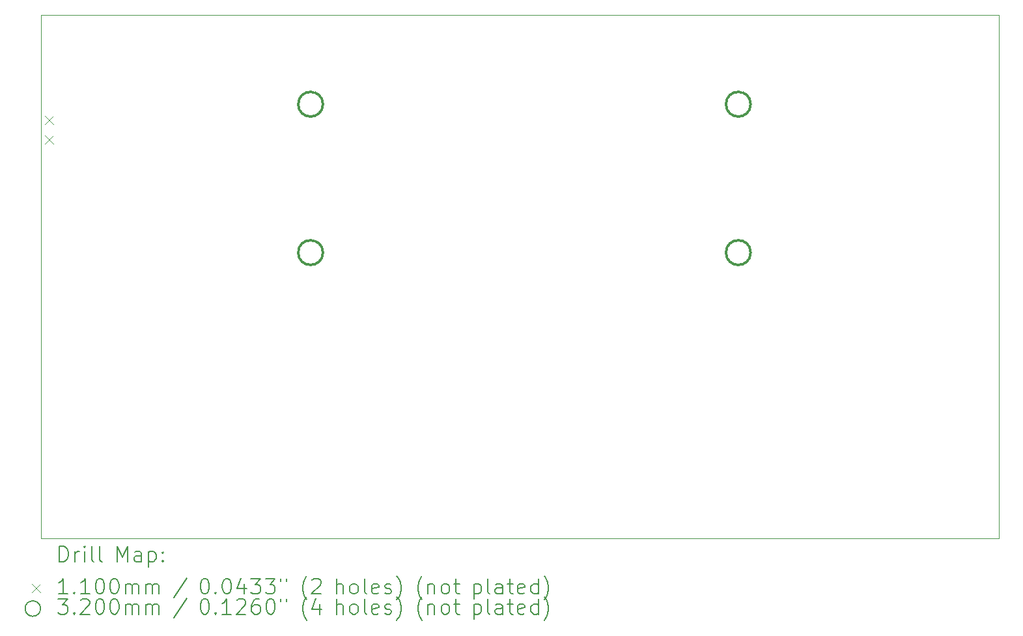
<source format=gbr>
%TF.GenerationSoftware,KiCad,Pcbnew,(7.0.0)*%
%TF.CreationDate,2023-03-03T13:32:32+01:00*%
%TF.ProjectId,Solar Cell offgrid Power,536f6c61-7220-4436-956c-6c206f666667,rev?*%
%TF.SameCoordinates,Original*%
%TF.FileFunction,Drillmap*%
%TF.FilePolarity,Positive*%
%FSLAX45Y45*%
G04 Gerber Fmt 4.5, Leading zero omitted, Abs format (unit mm)*
G04 Created by KiCad (PCBNEW (7.0.0)) date 2023-03-03 13:32:32*
%MOMM*%
%LPD*%
G01*
G04 APERTURE LIST*
%ADD10C,0.100000*%
%ADD11C,0.200000*%
%ADD12C,0.110000*%
%ADD13C,0.320000*%
G04 APERTURE END LIST*
D10*
X10919000Y-6569000D02*
X23371000Y-6569000D01*
X23371000Y-6569000D02*
X23371000Y-13378000D01*
X23371000Y-13378000D02*
X10919000Y-13378000D01*
X10919000Y-13378000D02*
X10919000Y-6569000D01*
D11*
D12*
X10974000Y-7878000D02*
X11084000Y-7988000D01*
X11084000Y-7878000D02*
X10974000Y-7988000D01*
X10974000Y-8132000D02*
X11084000Y-8242000D01*
X11084000Y-8132000D02*
X10974000Y-8242000D01*
D13*
X14585000Y-7727000D02*
G75*
G03*
X14585000Y-7727000I-160000J0D01*
G01*
X14585000Y-9657000D02*
G75*
G03*
X14585000Y-9657000I-160000J0D01*
G01*
X20147000Y-7727000D02*
G75*
G03*
X20147000Y-7727000I-160000J0D01*
G01*
X20147000Y-9657000D02*
G75*
G03*
X20147000Y-9657000I-160000J0D01*
G01*
D11*
X11161619Y-13676476D02*
X11161619Y-13476476D01*
X11161619Y-13476476D02*
X11209238Y-13476476D01*
X11209238Y-13476476D02*
X11237809Y-13486000D01*
X11237809Y-13486000D02*
X11256857Y-13505048D01*
X11256857Y-13505048D02*
X11266381Y-13524095D01*
X11266381Y-13524095D02*
X11275905Y-13562190D01*
X11275905Y-13562190D02*
X11275905Y-13590762D01*
X11275905Y-13590762D02*
X11266381Y-13628857D01*
X11266381Y-13628857D02*
X11256857Y-13647905D01*
X11256857Y-13647905D02*
X11237809Y-13666952D01*
X11237809Y-13666952D02*
X11209238Y-13676476D01*
X11209238Y-13676476D02*
X11161619Y-13676476D01*
X11361619Y-13676476D02*
X11361619Y-13543143D01*
X11361619Y-13581238D02*
X11371143Y-13562190D01*
X11371143Y-13562190D02*
X11380667Y-13552667D01*
X11380667Y-13552667D02*
X11399714Y-13543143D01*
X11399714Y-13543143D02*
X11418762Y-13543143D01*
X11485428Y-13676476D02*
X11485428Y-13543143D01*
X11485428Y-13476476D02*
X11475905Y-13486000D01*
X11475905Y-13486000D02*
X11485428Y-13495524D01*
X11485428Y-13495524D02*
X11494952Y-13486000D01*
X11494952Y-13486000D02*
X11485428Y-13476476D01*
X11485428Y-13476476D02*
X11485428Y-13495524D01*
X11609238Y-13676476D02*
X11590190Y-13666952D01*
X11590190Y-13666952D02*
X11580667Y-13647905D01*
X11580667Y-13647905D02*
X11580667Y-13476476D01*
X11714000Y-13676476D02*
X11694952Y-13666952D01*
X11694952Y-13666952D02*
X11685428Y-13647905D01*
X11685428Y-13647905D02*
X11685428Y-13476476D01*
X11910190Y-13676476D02*
X11910190Y-13476476D01*
X11910190Y-13476476D02*
X11976857Y-13619333D01*
X11976857Y-13619333D02*
X12043524Y-13476476D01*
X12043524Y-13476476D02*
X12043524Y-13676476D01*
X12224476Y-13676476D02*
X12224476Y-13571714D01*
X12224476Y-13571714D02*
X12214952Y-13552667D01*
X12214952Y-13552667D02*
X12195905Y-13543143D01*
X12195905Y-13543143D02*
X12157809Y-13543143D01*
X12157809Y-13543143D02*
X12138762Y-13552667D01*
X12224476Y-13666952D02*
X12205428Y-13676476D01*
X12205428Y-13676476D02*
X12157809Y-13676476D01*
X12157809Y-13676476D02*
X12138762Y-13666952D01*
X12138762Y-13666952D02*
X12129238Y-13647905D01*
X12129238Y-13647905D02*
X12129238Y-13628857D01*
X12129238Y-13628857D02*
X12138762Y-13609809D01*
X12138762Y-13609809D02*
X12157809Y-13600286D01*
X12157809Y-13600286D02*
X12205428Y-13600286D01*
X12205428Y-13600286D02*
X12224476Y-13590762D01*
X12319714Y-13543143D02*
X12319714Y-13743143D01*
X12319714Y-13552667D02*
X12338762Y-13543143D01*
X12338762Y-13543143D02*
X12376857Y-13543143D01*
X12376857Y-13543143D02*
X12395905Y-13552667D01*
X12395905Y-13552667D02*
X12405428Y-13562190D01*
X12405428Y-13562190D02*
X12414952Y-13581238D01*
X12414952Y-13581238D02*
X12414952Y-13638381D01*
X12414952Y-13638381D02*
X12405428Y-13657428D01*
X12405428Y-13657428D02*
X12395905Y-13666952D01*
X12395905Y-13666952D02*
X12376857Y-13676476D01*
X12376857Y-13676476D02*
X12338762Y-13676476D01*
X12338762Y-13676476D02*
X12319714Y-13666952D01*
X12500667Y-13657428D02*
X12510190Y-13666952D01*
X12510190Y-13666952D02*
X12500667Y-13676476D01*
X12500667Y-13676476D02*
X12491143Y-13666952D01*
X12491143Y-13666952D02*
X12500667Y-13657428D01*
X12500667Y-13657428D02*
X12500667Y-13676476D01*
X12500667Y-13552667D02*
X12510190Y-13562190D01*
X12510190Y-13562190D02*
X12500667Y-13571714D01*
X12500667Y-13571714D02*
X12491143Y-13562190D01*
X12491143Y-13562190D02*
X12500667Y-13552667D01*
X12500667Y-13552667D02*
X12500667Y-13571714D01*
D12*
X10804000Y-13968000D02*
X10914000Y-14078000D01*
X10914000Y-13968000D02*
X10804000Y-14078000D01*
D11*
X11266381Y-14096476D02*
X11152095Y-14096476D01*
X11209238Y-14096476D02*
X11209238Y-13896476D01*
X11209238Y-13896476D02*
X11190190Y-13925048D01*
X11190190Y-13925048D02*
X11171143Y-13944095D01*
X11171143Y-13944095D02*
X11152095Y-13953619D01*
X11352095Y-14077428D02*
X11361619Y-14086952D01*
X11361619Y-14086952D02*
X11352095Y-14096476D01*
X11352095Y-14096476D02*
X11342571Y-14086952D01*
X11342571Y-14086952D02*
X11352095Y-14077428D01*
X11352095Y-14077428D02*
X11352095Y-14096476D01*
X11552095Y-14096476D02*
X11437809Y-14096476D01*
X11494952Y-14096476D02*
X11494952Y-13896476D01*
X11494952Y-13896476D02*
X11475905Y-13925048D01*
X11475905Y-13925048D02*
X11456857Y-13944095D01*
X11456857Y-13944095D02*
X11437809Y-13953619D01*
X11675905Y-13896476D02*
X11694952Y-13896476D01*
X11694952Y-13896476D02*
X11714000Y-13906000D01*
X11714000Y-13906000D02*
X11723524Y-13915524D01*
X11723524Y-13915524D02*
X11733048Y-13934571D01*
X11733048Y-13934571D02*
X11742571Y-13972667D01*
X11742571Y-13972667D02*
X11742571Y-14020286D01*
X11742571Y-14020286D02*
X11733048Y-14058381D01*
X11733048Y-14058381D02*
X11723524Y-14077428D01*
X11723524Y-14077428D02*
X11714000Y-14086952D01*
X11714000Y-14086952D02*
X11694952Y-14096476D01*
X11694952Y-14096476D02*
X11675905Y-14096476D01*
X11675905Y-14096476D02*
X11656857Y-14086952D01*
X11656857Y-14086952D02*
X11647333Y-14077428D01*
X11647333Y-14077428D02*
X11637809Y-14058381D01*
X11637809Y-14058381D02*
X11628286Y-14020286D01*
X11628286Y-14020286D02*
X11628286Y-13972667D01*
X11628286Y-13972667D02*
X11637809Y-13934571D01*
X11637809Y-13934571D02*
X11647333Y-13915524D01*
X11647333Y-13915524D02*
X11656857Y-13906000D01*
X11656857Y-13906000D02*
X11675905Y-13896476D01*
X11866381Y-13896476D02*
X11885429Y-13896476D01*
X11885429Y-13896476D02*
X11904476Y-13906000D01*
X11904476Y-13906000D02*
X11914000Y-13915524D01*
X11914000Y-13915524D02*
X11923524Y-13934571D01*
X11923524Y-13934571D02*
X11933048Y-13972667D01*
X11933048Y-13972667D02*
X11933048Y-14020286D01*
X11933048Y-14020286D02*
X11923524Y-14058381D01*
X11923524Y-14058381D02*
X11914000Y-14077428D01*
X11914000Y-14077428D02*
X11904476Y-14086952D01*
X11904476Y-14086952D02*
X11885429Y-14096476D01*
X11885429Y-14096476D02*
X11866381Y-14096476D01*
X11866381Y-14096476D02*
X11847333Y-14086952D01*
X11847333Y-14086952D02*
X11837809Y-14077428D01*
X11837809Y-14077428D02*
X11828286Y-14058381D01*
X11828286Y-14058381D02*
X11818762Y-14020286D01*
X11818762Y-14020286D02*
X11818762Y-13972667D01*
X11818762Y-13972667D02*
X11828286Y-13934571D01*
X11828286Y-13934571D02*
X11837809Y-13915524D01*
X11837809Y-13915524D02*
X11847333Y-13906000D01*
X11847333Y-13906000D02*
X11866381Y-13896476D01*
X12018762Y-14096476D02*
X12018762Y-13963143D01*
X12018762Y-13982190D02*
X12028286Y-13972667D01*
X12028286Y-13972667D02*
X12047333Y-13963143D01*
X12047333Y-13963143D02*
X12075905Y-13963143D01*
X12075905Y-13963143D02*
X12094952Y-13972667D01*
X12094952Y-13972667D02*
X12104476Y-13991714D01*
X12104476Y-13991714D02*
X12104476Y-14096476D01*
X12104476Y-13991714D02*
X12114000Y-13972667D01*
X12114000Y-13972667D02*
X12133048Y-13963143D01*
X12133048Y-13963143D02*
X12161619Y-13963143D01*
X12161619Y-13963143D02*
X12180667Y-13972667D01*
X12180667Y-13972667D02*
X12190190Y-13991714D01*
X12190190Y-13991714D02*
X12190190Y-14096476D01*
X12285429Y-14096476D02*
X12285429Y-13963143D01*
X12285429Y-13982190D02*
X12294952Y-13972667D01*
X12294952Y-13972667D02*
X12314000Y-13963143D01*
X12314000Y-13963143D02*
X12342571Y-13963143D01*
X12342571Y-13963143D02*
X12361619Y-13972667D01*
X12361619Y-13972667D02*
X12371143Y-13991714D01*
X12371143Y-13991714D02*
X12371143Y-14096476D01*
X12371143Y-13991714D02*
X12380667Y-13972667D01*
X12380667Y-13972667D02*
X12399714Y-13963143D01*
X12399714Y-13963143D02*
X12428286Y-13963143D01*
X12428286Y-13963143D02*
X12447333Y-13972667D01*
X12447333Y-13972667D02*
X12456857Y-13991714D01*
X12456857Y-13991714D02*
X12456857Y-14096476D01*
X12814952Y-13886952D02*
X12643524Y-14144095D01*
X13039714Y-13896476D02*
X13058762Y-13896476D01*
X13058762Y-13896476D02*
X13077810Y-13906000D01*
X13077810Y-13906000D02*
X13087333Y-13915524D01*
X13087333Y-13915524D02*
X13096857Y-13934571D01*
X13096857Y-13934571D02*
X13106381Y-13972667D01*
X13106381Y-13972667D02*
X13106381Y-14020286D01*
X13106381Y-14020286D02*
X13096857Y-14058381D01*
X13096857Y-14058381D02*
X13087333Y-14077428D01*
X13087333Y-14077428D02*
X13077810Y-14086952D01*
X13077810Y-14086952D02*
X13058762Y-14096476D01*
X13058762Y-14096476D02*
X13039714Y-14096476D01*
X13039714Y-14096476D02*
X13020667Y-14086952D01*
X13020667Y-14086952D02*
X13011143Y-14077428D01*
X13011143Y-14077428D02*
X13001619Y-14058381D01*
X13001619Y-14058381D02*
X12992095Y-14020286D01*
X12992095Y-14020286D02*
X12992095Y-13972667D01*
X12992095Y-13972667D02*
X13001619Y-13934571D01*
X13001619Y-13934571D02*
X13011143Y-13915524D01*
X13011143Y-13915524D02*
X13020667Y-13906000D01*
X13020667Y-13906000D02*
X13039714Y-13896476D01*
X13192095Y-14077428D02*
X13201619Y-14086952D01*
X13201619Y-14086952D02*
X13192095Y-14096476D01*
X13192095Y-14096476D02*
X13182571Y-14086952D01*
X13182571Y-14086952D02*
X13192095Y-14077428D01*
X13192095Y-14077428D02*
X13192095Y-14096476D01*
X13325429Y-13896476D02*
X13344476Y-13896476D01*
X13344476Y-13896476D02*
X13363524Y-13906000D01*
X13363524Y-13906000D02*
X13373048Y-13915524D01*
X13373048Y-13915524D02*
X13382571Y-13934571D01*
X13382571Y-13934571D02*
X13392095Y-13972667D01*
X13392095Y-13972667D02*
X13392095Y-14020286D01*
X13392095Y-14020286D02*
X13382571Y-14058381D01*
X13382571Y-14058381D02*
X13373048Y-14077428D01*
X13373048Y-14077428D02*
X13363524Y-14086952D01*
X13363524Y-14086952D02*
X13344476Y-14096476D01*
X13344476Y-14096476D02*
X13325429Y-14096476D01*
X13325429Y-14096476D02*
X13306381Y-14086952D01*
X13306381Y-14086952D02*
X13296857Y-14077428D01*
X13296857Y-14077428D02*
X13287333Y-14058381D01*
X13287333Y-14058381D02*
X13277810Y-14020286D01*
X13277810Y-14020286D02*
X13277810Y-13972667D01*
X13277810Y-13972667D02*
X13287333Y-13934571D01*
X13287333Y-13934571D02*
X13296857Y-13915524D01*
X13296857Y-13915524D02*
X13306381Y-13906000D01*
X13306381Y-13906000D02*
X13325429Y-13896476D01*
X13563524Y-13963143D02*
X13563524Y-14096476D01*
X13515905Y-13886952D02*
X13468286Y-14029809D01*
X13468286Y-14029809D02*
X13592095Y-14029809D01*
X13649238Y-13896476D02*
X13773048Y-13896476D01*
X13773048Y-13896476D02*
X13706381Y-13972667D01*
X13706381Y-13972667D02*
X13734952Y-13972667D01*
X13734952Y-13972667D02*
X13754000Y-13982190D01*
X13754000Y-13982190D02*
X13763524Y-13991714D01*
X13763524Y-13991714D02*
X13773048Y-14010762D01*
X13773048Y-14010762D02*
X13773048Y-14058381D01*
X13773048Y-14058381D02*
X13763524Y-14077428D01*
X13763524Y-14077428D02*
X13754000Y-14086952D01*
X13754000Y-14086952D02*
X13734952Y-14096476D01*
X13734952Y-14096476D02*
X13677810Y-14096476D01*
X13677810Y-14096476D02*
X13658762Y-14086952D01*
X13658762Y-14086952D02*
X13649238Y-14077428D01*
X13839714Y-13896476D02*
X13963524Y-13896476D01*
X13963524Y-13896476D02*
X13896857Y-13972667D01*
X13896857Y-13972667D02*
X13925429Y-13972667D01*
X13925429Y-13972667D02*
X13944476Y-13982190D01*
X13944476Y-13982190D02*
X13954000Y-13991714D01*
X13954000Y-13991714D02*
X13963524Y-14010762D01*
X13963524Y-14010762D02*
X13963524Y-14058381D01*
X13963524Y-14058381D02*
X13954000Y-14077428D01*
X13954000Y-14077428D02*
X13944476Y-14086952D01*
X13944476Y-14086952D02*
X13925429Y-14096476D01*
X13925429Y-14096476D02*
X13868286Y-14096476D01*
X13868286Y-14096476D02*
X13849238Y-14086952D01*
X13849238Y-14086952D02*
X13839714Y-14077428D01*
X14039714Y-13896476D02*
X14039714Y-13934571D01*
X14115905Y-13896476D02*
X14115905Y-13934571D01*
X14378762Y-14172667D02*
X14369238Y-14163143D01*
X14369238Y-14163143D02*
X14350191Y-14134571D01*
X14350191Y-14134571D02*
X14340667Y-14115524D01*
X14340667Y-14115524D02*
X14331143Y-14086952D01*
X14331143Y-14086952D02*
X14321619Y-14039333D01*
X14321619Y-14039333D02*
X14321619Y-14001238D01*
X14321619Y-14001238D02*
X14331143Y-13953619D01*
X14331143Y-13953619D02*
X14340667Y-13925048D01*
X14340667Y-13925048D02*
X14350191Y-13906000D01*
X14350191Y-13906000D02*
X14369238Y-13877428D01*
X14369238Y-13877428D02*
X14378762Y-13867905D01*
X14445429Y-13915524D02*
X14454952Y-13906000D01*
X14454952Y-13906000D02*
X14474000Y-13896476D01*
X14474000Y-13896476D02*
X14521619Y-13896476D01*
X14521619Y-13896476D02*
X14540667Y-13906000D01*
X14540667Y-13906000D02*
X14550191Y-13915524D01*
X14550191Y-13915524D02*
X14559714Y-13934571D01*
X14559714Y-13934571D02*
X14559714Y-13953619D01*
X14559714Y-13953619D02*
X14550191Y-13982190D01*
X14550191Y-13982190D02*
X14435905Y-14096476D01*
X14435905Y-14096476D02*
X14559714Y-14096476D01*
X14765429Y-14096476D02*
X14765429Y-13896476D01*
X14851143Y-14096476D02*
X14851143Y-13991714D01*
X14851143Y-13991714D02*
X14841619Y-13972667D01*
X14841619Y-13972667D02*
X14822572Y-13963143D01*
X14822572Y-13963143D02*
X14794000Y-13963143D01*
X14794000Y-13963143D02*
X14774952Y-13972667D01*
X14774952Y-13972667D02*
X14765429Y-13982190D01*
X14974952Y-14096476D02*
X14955905Y-14086952D01*
X14955905Y-14086952D02*
X14946381Y-14077428D01*
X14946381Y-14077428D02*
X14936857Y-14058381D01*
X14936857Y-14058381D02*
X14936857Y-14001238D01*
X14936857Y-14001238D02*
X14946381Y-13982190D01*
X14946381Y-13982190D02*
X14955905Y-13972667D01*
X14955905Y-13972667D02*
X14974952Y-13963143D01*
X14974952Y-13963143D02*
X15003524Y-13963143D01*
X15003524Y-13963143D02*
X15022572Y-13972667D01*
X15022572Y-13972667D02*
X15032095Y-13982190D01*
X15032095Y-13982190D02*
X15041619Y-14001238D01*
X15041619Y-14001238D02*
X15041619Y-14058381D01*
X15041619Y-14058381D02*
X15032095Y-14077428D01*
X15032095Y-14077428D02*
X15022572Y-14086952D01*
X15022572Y-14086952D02*
X15003524Y-14096476D01*
X15003524Y-14096476D02*
X14974952Y-14096476D01*
X15155905Y-14096476D02*
X15136857Y-14086952D01*
X15136857Y-14086952D02*
X15127333Y-14067905D01*
X15127333Y-14067905D02*
X15127333Y-13896476D01*
X15308286Y-14086952D02*
X15289238Y-14096476D01*
X15289238Y-14096476D02*
X15251143Y-14096476D01*
X15251143Y-14096476D02*
X15232095Y-14086952D01*
X15232095Y-14086952D02*
X15222572Y-14067905D01*
X15222572Y-14067905D02*
X15222572Y-13991714D01*
X15222572Y-13991714D02*
X15232095Y-13972667D01*
X15232095Y-13972667D02*
X15251143Y-13963143D01*
X15251143Y-13963143D02*
X15289238Y-13963143D01*
X15289238Y-13963143D02*
X15308286Y-13972667D01*
X15308286Y-13972667D02*
X15317810Y-13991714D01*
X15317810Y-13991714D02*
X15317810Y-14010762D01*
X15317810Y-14010762D02*
X15222572Y-14029809D01*
X15394000Y-14086952D02*
X15413048Y-14096476D01*
X15413048Y-14096476D02*
X15451143Y-14096476D01*
X15451143Y-14096476D02*
X15470191Y-14086952D01*
X15470191Y-14086952D02*
X15479714Y-14067905D01*
X15479714Y-14067905D02*
X15479714Y-14058381D01*
X15479714Y-14058381D02*
X15470191Y-14039333D01*
X15470191Y-14039333D02*
X15451143Y-14029809D01*
X15451143Y-14029809D02*
X15422572Y-14029809D01*
X15422572Y-14029809D02*
X15403524Y-14020286D01*
X15403524Y-14020286D02*
X15394000Y-14001238D01*
X15394000Y-14001238D02*
X15394000Y-13991714D01*
X15394000Y-13991714D02*
X15403524Y-13972667D01*
X15403524Y-13972667D02*
X15422572Y-13963143D01*
X15422572Y-13963143D02*
X15451143Y-13963143D01*
X15451143Y-13963143D02*
X15470191Y-13972667D01*
X15546381Y-14172667D02*
X15555905Y-14163143D01*
X15555905Y-14163143D02*
X15574953Y-14134571D01*
X15574953Y-14134571D02*
X15584476Y-14115524D01*
X15584476Y-14115524D02*
X15594000Y-14086952D01*
X15594000Y-14086952D02*
X15603524Y-14039333D01*
X15603524Y-14039333D02*
X15603524Y-14001238D01*
X15603524Y-14001238D02*
X15594000Y-13953619D01*
X15594000Y-13953619D02*
X15584476Y-13925048D01*
X15584476Y-13925048D02*
X15574953Y-13906000D01*
X15574953Y-13906000D02*
X15555905Y-13877428D01*
X15555905Y-13877428D02*
X15546381Y-13867905D01*
X15875905Y-14172667D02*
X15866381Y-14163143D01*
X15866381Y-14163143D02*
X15847333Y-14134571D01*
X15847333Y-14134571D02*
X15837810Y-14115524D01*
X15837810Y-14115524D02*
X15828286Y-14086952D01*
X15828286Y-14086952D02*
X15818762Y-14039333D01*
X15818762Y-14039333D02*
X15818762Y-14001238D01*
X15818762Y-14001238D02*
X15828286Y-13953619D01*
X15828286Y-13953619D02*
X15837810Y-13925048D01*
X15837810Y-13925048D02*
X15847333Y-13906000D01*
X15847333Y-13906000D02*
X15866381Y-13877428D01*
X15866381Y-13877428D02*
X15875905Y-13867905D01*
X15952095Y-13963143D02*
X15952095Y-14096476D01*
X15952095Y-13982190D02*
X15961619Y-13972667D01*
X15961619Y-13972667D02*
X15980667Y-13963143D01*
X15980667Y-13963143D02*
X16009238Y-13963143D01*
X16009238Y-13963143D02*
X16028286Y-13972667D01*
X16028286Y-13972667D02*
X16037810Y-13991714D01*
X16037810Y-13991714D02*
X16037810Y-14096476D01*
X16161619Y-14096476D02*
X16142572Y-14086952D01*
X16142572Y-14086952D02*
X16133048Y-14077428D01*
X16133048Y-14077428D02*
X16123524Y-14058381D01*
X16123524Y-14058381D02*
X16123524Y-14001238D01*
X16123524Y-14001238D02*
X16133048Y-13982190D01*
X16133048Y-13982190D02*
X16142572Y-13972667D01*
X16142572Y-13972667D02*
X16161619Y-13963143D01*
X16161619Y-13963143D02*
X16190191Y-13963143D01*
X16190191Y-13963143D02*
X16209238Y-13972667D01*
X16209238Y-13972667D02*
X16218762Y-13982190D01*
X16218762Y-13982190D02*
X16228286Y-14001238D01*
X16228286Y-14001238D02*
X16228286Y-14058381D01*
X16228286Y-14058381D02*
X16218762Y-14077428D01*
X16218762Y-14077428D02*
X16209238Y-14086952D01*
X16209238Y-14086952D02*
X16190191Y-14096476D01*
X16190191Y-14096476D02*
X16161619Y-14096476D01*
X16285429Y-13963143D02*
X16361619Y-13963143D01*
X16314000Y-13896476D02*
X16314000Y-14067905D01*
X16314000Y-14067905D02*
X16323524Y-14086952D01*
X16323524Y-14086952D02*
X16342572Y-14096476D01*
X16342572Y-14096476D02*
X16361619Y-14096476D01*
X16548286Y-13963143D02*
X16548286Y-14163143D01*
X16548286Y-13972667D02*
X16567333Y-13963143D01*
X16567333Y-13963143D02*
X16605429Y-13963143D01*
X16605429Y-13963143D02*
X16624476Y-13972667D01*
X16624476Y-13972667D02*
X16634000Y-13982190D01*
X16634000Y-13982190D02*
X16643524Y-14001238D01*
X16643524Y-14001238D02*
X16643524Y-14058381D01*
X16643524Y-14058381D02*
X16634000Y-14077428D01*
X16634000Y-14077428D02*
X16624476Y-14086952D01*
X16624476Y-14086952D02*
X16605429Y-14096476D01*
X16605429Y-14096476D02*
X16567333Y-14096476D01*
X16567333Y-14096476D02*
X16548286Y-14086952D01*
X16757810Y-14096476D02*
X16738762Y-14086952D01*
X16738762Y-14086952D02*
X16729238Y-14067905D01*
X16729238Y-14067905D02*
X16729238Y-13896476D01*
X16919715Y-14096476D02*
X16919715Y-13991714D01*
X16919715Y-13991714D02*
X16910191Y-13972667D01*
X16910191Y-13972667D02*
X16891143Y-13963143D01*
X16891143Y-13963143D02*
X16853048Y-13963143D01*
X16853048Y-13963143D02*
X16834000Y-13972667D01*
X16919715Y-14086952D02*
X16900667Y-14096476D01*
X16900667Y-14096476D02*
X16853048Y-14096476D01*
X16853048Y-14096476D02*
X16834000Y-14086952D01*
X16834000Y-14086952D02*
X16824476Y-14067905D01*
X16824476Y-14067905D02*
X16824476Y-14048857D01*
X16824476Y-14048857D02*
X16834000Y-14029809D01*
X16834000Y-14029809D02*
X16853048Y-14020286D01*
X16853048Y-14020286D02*
X16900667Y-14020286D01*
X16900667Y-14020286D02*
X16919715Y-14010762D01*
X16986381Y-13963143D02*
X17062572Y-13963143D01*
X17014953Y-13896476D02*
X17014953Y-14067905D01*
X17014953Y-14067905D02*
X17024476Y-14086952D01*
X17024476Y-14086952D02*
X17043524Y-14096476D01*
X17043524Y-14096476D02*
X17062572Y-14096476D01*
X17205429Y-14086952D02*
X17186381Y-14096476D01*
X17186381Y-14096476D02*
X17148286Y-14096476D01*
X17148286Y-14096476D02*
X17129238Y-14086952D01*
X17129238Y-14086952D02*
X17119715Y-14067905D01*
X17119715Y-14067905D02*
X17119715Y-13991714D01*
X17119715Y-13991714D02*
X17129238Y-13972667D01*
X17129238Y-13972667D02*
X17148286Y-13963143D01*
X17148286Y-13963143D02*
X17186381Y-13963143D01*
X17186381Y-13963143D02*
X17205429Y-13972667D01*
X17205429Y-13972667D02*
X17214953Y-13991714D01*
X17214953Y-13991714D02*
X17214953Y-14010762D01*
X17214953Y-14010762D02*
X17119715Y-14029809D01*
X17386381Y-14096476D02*
X17386381Y-13896476D01*
X17386381Y-14086952D02*
X17367334Y-14096476D01*
X17367334Y-14096476D02*
X17329238Y-14096476D01*
X17329238Y-14096476D02*
X17310191Y-14086952D01*
X17310191Y-14086952D02*
X17300667Y-14077428D01*
X17300667Y-14077428D02*
X17291143Y-14058381D01*
X17291143Y-14058381D02*
X17291143Y-14001238D01*
X17291143Y-14001238D02*
X17300667Y-13982190D01*
X17300667Y-13982190D02*
X17310191Y-13972667D01*
X17310191Y-13972667D02*
X17329238Y-13963143D01*
X17329238Y-13963143D02*
X17367334Y-13963143D01*
X17367334Y-13963143D02*
X17386381Y-13972667D01*
X17462572Y-14172667D02*
X17472096Y-14163143D01*
X17472096Y-14163143D02*
X17491143Y-14134571D01*
X17491143Y-14134571D02*
X17500667Y-14115524D01*
X17500667Y-14115524D02*
X17510191Y-14086952D01*
X17510191Y-14086952D02*
X17519715Y-14039333D01*
X17519715Y-14039333D02*
X17519715Y-14001238D01*
X17519715Y-14001238D02*
X17510191Y-13953619D01*
X17510191Y-13953619D02*
X17500667Y-13925048D01*
X17500667Y-13925048D02*
X17491143Y-13906000D01*
X17491143Y-13906000D02*
X17472096Y-13877428D01*
X17472096Y-13877428D02*
X17462572Y-13867905D01*
X10914000Y-14287000D02*
G75*
G03*
X10914000Y-14287000I-100000J0D01*
G01*
X11142571Y-14160476D02*
X11266381Y-14160476D01*
X11266381Y-14160476D02*
X11199714Y-14236667D01*
X11199714Y-14236667D02*
X11228286Y-14236667D01*
X11228286Y-14236667D02*
X11247333Y-14246190D01*
X11247333Y-14246190D02*
X11256857Y-14255714D01*
X11256857Y-14255714D02*
X11266381Y-14274762D01*
X11266381Y-14274762D02*
X11266381Y-14322381D01*
X11266381Y-14322381D02*
X11256857Y-14341428D01*
X11256857Y-14341428D02*
X11247333Y-14350952D01*
X11247333Y-14350952D02*
X11228286Y-14360476D01*
X11228286Y-14360476D02*
X11171143Y-14360476D01*
X11171143Y-14360476D02*
X11152095Y-14350952D01*
X11152095Y-14350952D02*
X11142571Y-14341428D01*
X11352095Y-14341428D02*
X11361619Y-14350952D01*
X11361619Y-14350952D02*
X11352095Y-14360476D01*
X11352095Y-14360476D02*
X11342571Y-14350952D01*
X11342571Y-14350952D02*
X11352095Y-14341428D01*
X11352095Y-14341428D02*
X11352095Y-14360476D01*
X11437809Y-14179524D02*
X11447333Y-14170000D01*
X11447333Y-14170000D02*
X11466381Y-14160476D01*
X11466381Y-14160476D02*
X11514000Y-14160476D01*
X11514000Y-14160476D02*
X11533048Y-14170000D01*
X11533048Y-14170000D02*
X11542571Y-14179524D01*
X11542571Y-14179524D02*
X11552095Y-14198571D01*
X11552095Y-14198571D02*
X11552095Y-14217619D01*
X11552095Y-14217619D02*
X11542571Y-14246190D01*
X11542571Y-14246190D02*
X11428286Y-14360476D01*
X11428286Y-14360476D02*
X11552095Y-14360476D01*
X11675905Y-14160476D02*
X11694952Y-14160476D01*
X11694952Y-14160476D02*
X11714000Y-14170000D01*
X11714000Y-14170000D02*
X11723524Y-14179524D01*
X11723524Y-14179524D02*
X11733048Y-14198571D01*
X11733048Y-14198571D02*
X11742571Y-14236667D01*
X11742571Y-14236667D02*
X11742571Y-14284286D01*
X11742571Y-14284286D02*
X11733048Y-14322381D01*
X11733048Y-14322381D02*
X11723524Y-14341428D01*
X11723524Y-14341428D02*
X11714000Y-14350952D01*
X11714000Y-14350952D02*
X11694952Y-14360476D01*
X11694952Y-14360476D02*
X11675905Y-14360476D01*
X11675905Y-14360476D02*
X11656857Y-14350952D01*
X11656857Y-14350952D02*
X11647333Y-14341428D01*
X11647333Y-14341428D02*
X11637809Y-14322381D01*
X11637809Y-14322381D02*
X11628286Y-14284286D01*
X11628286Y-14284286D02*
X11628286Y-14236667D01*
X11628286Y-14236667D02*
X11637809Y-14198571D01*
X11637809Y-14198571D02*
X11647333Y-14179524D01*
X11647333Y-14179524D02*
X11656857Y-14170000D01*
X11656857Y-14170000D02*
X11675905Y-14160476D01*
X11866381Y-14160476D02*
X11885429Y-14160476D01*
X11885429Y-14160476D02*
X11904476Y-14170000D01*
X11904476Y-14170000D02*
X11914000Y-14179524D01*
X11914000Y-14179524D02*
X11923524Y-14198571D01*
X11923524Y-14198571D02*
X11933048Y-14236667D01*
X11933048Y-14236667D02*
X11933048Y-14284286D01*
X11933048Y-14284286D02*
X11923524Y-14322381D01*
X11923524Y-14322381D02*
X11914000Y-14341428D01*
X11914000Y-14341428D02*
X11904476Y-14350952D01*
X11904476Y-14350952D02*
X11885429Y-14360476D01*
X11885429Y-14360476D02*
X11866381Y-14360476D01*
X11866381Y-14360476D02*
X11847333Y-14350952D01*
X11847333Y-14350952D02*
X11837809Y-14341428D01*
X11837809Y-14341428D02*
X11828286Y-14322381D01*
X11828286Y-14322381D02*
X11818762Y-14284286D01*
X11818762Y-14284286D02*
X11818762Y-14236667D01*
X11818762Y-14236667D02*
X11828286Y-14198571D01*
X11828286Y-14198571D02*
X11837809Y-14179524D01*
X11837809Y-14179524D02*
X11847333Y-14170000D01*
X11847333Y-14170000D02*
X11866381Y-14160476D01*
X12018762Y-14360476D02*
X12018762Y-14227143D01*
X12018762Y-14246190D02*
X12028286Y-14236667D01*
X12028286Y-14236667D02*
X12047333Y-14227143D01*
X12047333Y-14227143D02*
X12075905Y-14227143D01*
X12075905Y-14227143D02*
X12094952Y-14236667D01*
X12094952Y-14236667D02*
X12104476Y-14255714D01*
X12104476Y-14255714D02*
X12104476Y-14360476D01*
X12104476Y-14255714D02*
X12114000Y-14236667D01*
X12114000Y-14236667D02*
X12133048Y-14227143D01*
X12133048Y-14227143D02*
X12161619Y-14227143D01*
X12161619Y-14227143D02*
X12180667Y-14236667D01*
X12180667Y-14236667D02*
X12190190Y-14255714D01*
X12190190Y-14255714D02*
X12190190Y-14360476D01*
X12285429Y-14360476D02*
X12285429Y-14227143D01*
X12285429Y-14246190D02*
X12294952Y-14236667D01*
X12294952Y-14236667D02*
X12314000Y-14227143D01*
X12314000Y-14227143D02*
X12342571Y-14227143D01*
X12342571Y-14227143D02*
X12361619Y-14236667D01*
X12361619Y-14236667D02*
X12371143Y-14255714D01*
X12371143Y-14255714D02*
X12371143Y-14360476D01*
X12371143Y-14255714D02*
X12380667Y-14236667D01*
X12380667Y-14236667D02*
X12399714Y-14227143D01*
X12399714Y-14227143D02*
X12428286Y-14227143D01*
X12428286Y-14227143D02*
X12447333Y-14236667D01*
X12447333Y-14236667D02*
X12456857Y-14255714D01*
X12456857Y-14255714D02*
X12456857Y-14360476D01*
X12814952Y-14150952D02*
X12643524Y-14408095D01*
X13039714Y-14160476D02*
X13058762Y-14160476D01*
X13058762Y-14160476D02*
X13077810Y-14170000D01*
X13077810Y-14170000D02*
X13087333Y-14179524D01*
X13087333Y-14179524D02*
X13096857Y-14198571D01*
X13096857Y-14198571D02*
X13106381Y-14236667D01*
X13106381Y-14236667D02*
X13106381Y-14284286D01*
X13106381Y-14284286D02*
X13096857Y-14322381D01*
X13096857Y-14322381D02*
X13087333Y-14341428D01*
X13087333Y-14341428D02*
X13077810Y-14350952D01*
X13077810Y-14350952D02*
X13058762Y-14360476D01*
X13058762Y-14360476D02*
X13039714Y-14360476D01*
X13039714Y-14360476D02*
X13020667Y-14350952D01*
X13020667Y-14350952D02*
X13011143Y-14341428D01*
X13011143Y-14341428D02*
X13001619Y-14322381D01*
X13001619Y-14322381D02*
X12992095Y-14284286D01*
X12992095Y-14284286D02*
X12992095Y-14236667D01*
X12992095Y-14236667D02*
X13001619Y-14198571D01*
X13001619Y-14198571D02*
X13011143Y-14179524D01*
X13011143Y-14179524D02*
X13020667Y-14170000D01*
X13020667Y-14170000D02*
X13039714Y-14160476D01*
X13192095Y-14341428D02*
X13201619Y-14350952D01*
X13201619Y-14350952D02*
X13192095Y-14360476D01*
X13192095Y-14360476D02*
X13182571Y-14350952D01*
X13182571Y-14350952D02*
X13192095Y-14341428D01*
X13192095Y-14341428D02*
X13192095Y-14360476D01*
X13392095Y-14360476D02*
X13277810Y-14360476D01*
X13334952Y-14360476D02*
X13334952Y-14160476D01*
X13334952Y-14160476D02*
X13315905Y-14189048D01*
X13315905Y-14189048D02*
X13296857Y-14208095D01*
X13296857Y-14208095D02*
X13277810Y-14217619D01*
X13468286Y-14179524D02*
X13477810Y-14170000D01*
X13477810Y-14170000D02*
X13496857Y-14160476D01*
X13496857Y-14160476D02*
X13544476Y-14160476D01*
X13544476Y-14160476D02*
X13563524Y-14170000D01*
X13563524Y-14170000D02*
X13573048Y-14179524D01*
X13573048Y-14179524D02*
X13582571Y-14198571D01*
X13582571Y-14198571D02*
X13582571Y-14217619D01*
X13582571Y-14217619D02*
X13573048Y-14246190D01*
X13573048Y-14246190D02*
X13458762Y-14360476D01*
X13458762Y-14360476D02*
X13582571Y-14360476D01*
X13754000Y-14160476D02*
X13715905Y-14160476D01*
X13715905Y-14160476D02*
X13696857Y-14170000D01*
X13696857Y-14170000D02*
X13687333Y-14179524D01*
X13687333Y-14179524D02*
X13668286Y-14208095D01*
X13668286Y-14208095D02*
X13658762Y-14246190D01*
X13658762Y-14246190D02*
X13658762Y-14322381D01*
X13658762Y-14322381D02*
X13668286Y-14341428D01*
X13668286Y-14341428D02*
X13677810Y-14350952D01*
X13677810Y-14350952D02*
X13696857Y-14360476D01*
X13696857Y-14360476D02*
X13734952Y-14360476D01*
X13734952Y-14360476D02*
X13754000Y-14350952D01*
X13754000Y-14350952D02*
X13763524Y-14341428D01*
X13763524Y-14341428D02*
X13773048Y-14322381D01*
X13773048Y-14322381D02*
X13773048Y-14274762D01*
X13773048Y-14274762D02*
X13763524Y-14255714D01*
X13763524Y-14255714D02*
X13754000Y-14246190D01*
X13754000Y-14246190D02*
X13734952Y-14236667D01*
X13734952Y-14236667D02*
X13696857Y-14236667D01*
X13696857Y-14236667D02*
X13677810Y-14246190D01*
X13677810Y-14246190D02*
X13668286Y-14255714D01*
X13668286Y-14255714D02*
X13658762Y-14274762D01*
X13896857Y-14160476D02*
X13915905Y-14160476D01*
X13915905Y-14160476D02*
X13934952Y-14170000D01*
X13934952Y-14170000D02*
X13944476Y-14179524D01*
X13944476Y-14179524D02*
X13954000Y-14198571D01*
X13954000Y-14198571D02*
X13963524Y-14236667D01*
X13963524Y-14236667D02*
X13963524Y-14284286D01*
X13963524Y-14284286D02*
X13954000Y-14322381D01*
X13954000Y-14322381D02*
X13944476Y-14341428D01*
X13944476Y-14341428D02*
X13934952Y-14350952D01*
X13934952Y-14350952D02*
X13915905Y-14360476D01*
X13915905Y-14360476D02*
X13896857Y-14360476D01*
X13896857Y-14360476D02*
X13877810Y-14350952D01*
X13877810Y-14350952D02*
X13868286Y-14341428D01*
X13868286Y-14341428D02*
X13858762Y-14322381D01*
X13858762Y-14322381D02*
X13849238Y-14284286D01*
X13849238Y-14284286D02*
X13849238Y-14236667D01*
X13849238Y-14236667D02*
X13858762Y-14198571D01*
X13858762Y-14198571D02*
X13868286Y-14179524D01*
X13868286Y-14179524D02*
X13877810Y-14170000D01*
X13877810Y-14170000D02*
X13896857Y-14160476D01*
X14039714Y-14160476D02*
X14039714Y-14198571D01*
X14115905Y-14160476D02*
X14115905Y-14198571D01*
X14378762Y-14436667D02*
X14369238Y-14427143D01*
X14369238Y-14427143D02*
X14350191Y-14398571D01*
X14350191Y-14398571D02*
X14340667Y-14379524D01*
X14340667Y-14379524D02*
X14331143Y-14350952D01*
X14331143Y-14350952D02*
X14321619Y-14303333D01*
X14321619Y-14303333D02*
X14321619Y-14265238D01*
X14321619Y-14265238D02*
X14331143Y-14217619D01*
X14331143Y-14217619D02*
X14340667Y-14189048D01*
X14340667Y-14189048D02*
X14350191Y-14170000D01*
X14350191Y-14170000D02*
X14369238Y-14141428D01*
X14369238Y-14141428D02*
X14378762Y-14131905D01*
X14540667Y-14227143D02*
X14540667Y-14360476D01*
X14493048Y-14150952D02*
X14445429Y-14293809D01*
X14445429Y-14293809D02*
X14569238Y-14293809D01*
X14765429Y-14360476D02*
X14765429Y-14160476D01*
X14851143Y-14360476D02*
X14851143Y-14255714D01*
X14851143Y-14255714D02*
X14841619Y-14236667D01*
X14841619Y-14236667D02*
X14822572Y-14227143D01*
X14822572Y-14227143D02*
X14794000Y-14227143D01*
X14794000Y-14227143D02*
X14774952Y-14236667D01*
X14774952Y-14236667D02*
X14765429Y-14246190D01*
X14974952Y-14360476D02*
X14955905Y-14350952D01*
X14955905Y-14350952D02*
X14946381Y-14341428D01*
X14946381Y-14341428D02*
X14936857Y-14322381D01*
X14936857Y-14322381D02*
X14936857Y-14265238D01*
X14936857Y-14265238D02*
X14946381Y-14246190D01*
X14946381Y-14246190D02*
X14955905Y-14236667D01*
X14955905Y-14236667D02*
X14974952Y-14227143D01*
X14974952Y-14227143D02*
X15003524Y-14227143D01*
X15003524Y-14227143D02*
X15022572Y-14236667D01*
X15022572Y-14236667D02*
X15032095Y-14246190D01*
X15032095Y-14246190D02*
X15041619Y-14265238D01*
X15041619Y-14265238D02*
X15041619Y-14322381D01*
X15041619Y-14322381D02*
X15032095Y-14341428D01*
X15032095Y-14341428D02*
X15022572Y-14350952D01*
X15022572Y-14350952D02*
X15003524Y-14360476D01*
X15003524Y-14360476D02*
X14974952Y-14360476D01*
X15155905Y-14360476D02*
X15136857Y-14350952D01*
X15136857Y-14350952D02*
X15127333Y-14331905D01*
X15127333Y-14331905D02*
X15127333Y-14160476D01*
X15308286Y-14350952D02*
X15289238Y-14360476D01*
X15289238Y-14360476D02*
X15251143Y-14360476D01*
X15251143Y-14360476D02*
X15232095Y-14350952D01*
X15232095Y-14350952D02*
X15222572Y-14331905D01*
X15222572Y-14331905D02*
X15222572Y-14255714D01*
X15222572Y-14255714D02*
X15232095Y-14236667D01*
X15232095Y-14236667D02*
X15251143Y-14227143D01*
X15251143Y-14227143D02*
X15289238Y-14227143D01*
X15289238Y-14227143D02*
X15308286Y-14236667D01*
X15308286Y-14236667D02*
X15317810Y-14255714D01*
X15317810Y-14255714D02*
X15317810Y-14274762D01*
X15317810Y-14274762D02*
X15222572Y-14293809D01*
X15394000Y-14350952D02*
X15413048Y-14360476D01*
X15413048Y-14360476D02*
X15451143Y-14360476D01*
X15451143Y-14360476D02*
X15470191Y-14350952D01*
X15470191Y-14350952D02*
X15479714Y-14331905D01*
X15479714Y-14331905D02*
X15479714Y-14322381D01*
X15479714Y-14322381D02*
X15470191Y-14303333D01*
X15470191Y-14303333D02*
X15451143Y-14293809D01*
X15451143Y-14293809D02*
X15422572Y-14293809D01*
X15422572Y-14293809D02*
X15403524Y-14284286D01*
X15403524Y-14284286D02*
X15394000Y-14265238D01*
X15394000Y-14265238D02*
X15394000Y-14255714D01*
X15394000Y-14255714D02*
X15403524Y-14236667D01*
X15403524Y-14236667D02*
X15422572Y-14227143D01*
X15422572Y-14227143D02*
X15451143Y-14227143D01*
X15451143Y-14227143D02*
X15470191Y-14236667D01*
X15546381Y-14436667D02*
X15555905Y-14427143D01*
X15555905Y-14427143D02*
X15574953Y-14398571D01*
X15574953Y-14398571D02*
X15584476Y-14379524D01*
X15584476Y-14379524D02*
X15594000Y-14350952D01*
X15594000Y-14350952D02*
X15603524Y-14303333D01*
X15603524Y-14303333D02*
X15603524Y-14265238D01*
X15603524Y-14265238D02*
X15594000Y-14217619D01*
X15594000Y-14217619D02*
X15584476Y-14189048D01*
X15584476Y-14189048D02*
X15574953Y-14170000D01*
X15574953Y-14170000D02*
X15555905Y-14141428D01*
X15555905Y-14141428D02*
X15546381Y-14131905D01*
X15875905Y-14436667D02*
X15866381Y-14427143D01*
X15866381Y-14427143D02*
X15847333Y-14398571D01*
X15847333Y-14398571D02*
X15837810Y-14379524D01*
X15837810Y-14379524D02*
X15828286Y-14350952D01*
X15828286Y-14350952D02*
X15818762Y-14303333D01*
X15818762Y-14303333D02*
X15818762Y-14265238D01*
X15818762Y-14265238D02*
X15828286Y-14217619D01*
X15828286Y-14217619D02*
X15837810Y-14189048D01*
X15837810Y-14189048D02*
X15847333Y-14170000D01*
X15847333Y-14170000D02*
X15866381Y-14141428D01*
X15866381Y-14141428D02*
X15875905Y-14131905D01*
X15952095Y-14227143D02*
X15952095Y-14360476D01*
X15952095Y-14246190D02*
X15961619Y-14236667D01*
X15961619Y-14236667D02*
X15980667Y-14227143D01*
X15980667Y-14227143D02*
X16009238Y-14227143D01*
X16009238Y-14227143D02*
X16028286Y-14236667D01*
X16028286Y-14236667D02*
X16037810Y-14255714D01*
X16037810Y-14255714D02*
X16037810Y-14360476D01*
X16161619Y-14360476D02*
X16142572Y-14350952D01*
X16142572Y-14350952D02*
X16133048Y-14341428D01*
X16133048Y-14341428D02*
X16123524Y-14322381D01*
X16123524Y-14322381D02*
X16123524Y-14265238D01*
X16123524Y-14265238D02*
X16133048Y-14246190D01*
X16133048Y-14246190D02*
X16142572Y-14236667D01*
X16142572Y-14236667D02*
X16161619Y-14227143D01*
X16161619Y-14227143D02*
X16190191Y-14227143D01*
X16190191Y-14227143D02*
X16209238Y-14236667D01*
X16209238Y-14236667D02*
X16218762Y-14246190D01*
X16218762Y-14246190D02*
X16228286Y-14265238D01*
X16228286Y-14265238D02*
X16228286Y-14322381D01*
X16228286Y-14322381D02*
X16218762Y-14341428D01*
X16218762Y-14341428D02*
X16209238Y-14350952D01*
X16209238Y-14350952D02*
X16190191Y-14360476D01*
X16190191Y-14360476D02*
X16161619Y-14360476D01*
X16285429Y-14227143D02*
X16361619Y-14227143D01*
X16314000Y-14160476D02*
X16314000Y-14331905D01*
X16314000Y-14331905D02*
X16323524Y-14350952D01*
X16323524Y-14350952D02*
X16342572Y-14360476D01*
X16342572Y-14360476D02*
X16361619Y-14360476D01*
X16548286Y-14227143D02*
X16548286Y-14427143D01*
X16548286Y-14236667D02*
X16567333Y-14227143D01*
X16567333Y-14227143D02*
X16605429Y-14227143D01*
X16605429Y-14227143D02*
X16624476Y-14236667D01*
X16624476Y-14236667D02*
X16634000Y-14246190D01*
X16634000Y-14246190D02*
X16643524Y-14265238D01*
X16643524Y-14265238D02*
X16643524Y-14322381D01*
X16643524Y-14322381D02*
X16634000Y-14341428D01*
X16634000Y-14341428D02*
X16624476Y-14350952D01*
X16624476Y-14350952D02*
X16605429Y-14360476D01*
X16605429Y-14360476D02*
X16567333Y-14360476D01*
X16567333Y-14360476D02*
X16548286Y-14350952D01*
X16757810Y-14360476D02*
X16738762Y-14350952D01*
X16738762Y-14350952D02*
X16729238Y-14331905D01*
X16729238Y-14331905D02*
X16729238Y-14160476D01*
X16919715Y-14360476D02*
X16919715Y-14255714D01*
X16919715Y-14255714D02*
X16910191Y-14236667D01*
X16910191Y-14236667D02*
X16891143Y-14227143D01*
X16891143Y-14227143D02*
X16853048Y-14227143D01*
X16853048Y-14227143D02*
X16834000Y-14236667D01*
X16919715Y-14350952D02*
X16900667Y-14360476D01*
X16900667Y-14360476D02*
X16853048Y-14360476D01*
X16853048Y-14360476D02*
X16834000Y-14350952D01*
X16834000Y-14350952D02*
X16824476Y-14331905D01*
X16824476Y-14331905D02*
X16824476Y-14312857D01*
X16824476Y-14312857D02*
X16834000Y-14293809D01*
X16834000Y-14293809D02*
X16853048Y-14284286D01*
X16853048Y-14284286D02*
X16900667Y-14284286D01*
X16900667Y-14284286D02*
X16919715Y-14274762D01*
X16986381Y-14227143D02*
X17062572Y-14227143D01*
X17014953Y-14160476D02*
X17014953Y-14331905D01*
X17014953Y-14331905D02*
X17024476Y-14350952D01*
X17024476Y-14350952D02*
X17043524Y-14360476D01*
X17043524Y-14360476D02*
X17062572Y-14360476D01*
X17205429Y-14350952D02*
X17186381Y-14360476D01*
X17186381Y-14360476D02*
X17148286Y-14360476D01*
X17148286Y-14360476D02*
X17129238Y-14350952D01*
X17129238Y-14350952D02*
X17119715Y-14331905D01*
X17119715Y-14331905D02*
X17119715Y-14255714D01*
X17119715Y-14255714D02*
X17129238Y-14236667D01*
X17129238Y-14236667D02*
X17148286Y-14227143D01*
X17148286Y-14227143D02*
X17186381Y-14227143D01*
X17186381Y-14227143D02*
X17205429Y-14236667D01*
X17205429Y-14236667D02*
X17214953Y-14255714D01*
X17214953Y-14255714D02*
X17214953Y-14274762D01*
X17214953Y-14274762D02*
X17119715Y-14293809D01*
X17386381Y-14360476D02*
X17386381Y-14160476D01*
X17386381Y-14350952D02*
X17367334Y-14360476D01*
X17367334Y-14360476D02*
X17329238Y-14360476D01*
X17329238Y-14360476D02*
X17310191Y-14350952D01*
X17310191Y-14350952D02*
X17300667Y-14341428D01*
X17300667Y-14341428D02*
X17291143Y-14322381D01*
X17291143Y-14322381D02*
X17291143Y-14265238D01*
X17291143Y-14265238D02*
X17300667Y-14246190D01*
X17300667Y-14246190D02*
X17310191Y-14236667D01*
X17310191Y-14236667D02*
X17329238Y-14227143D01*
X17329238Y-14227143D02*
X17367334Y-14227143D01*
X17367334Y-14227143D02*
X17386381Y-14236667D01*
X17462572Y-14436667D02*
X17472096Y-14427143D01*
X17472096Y-14427143D02*
X17491143Y-14398571D01*
X17491143Y-14398571D02*
X17500667Y-14379524D01*
X17500667Y-14379524D02*
X17510191Y-14350952D01*
X17510191Y-14350952D02*
X17519715Y-14303333D01*
X17519715Y-14303333D02*
X17519715Y-14265238D01*
X17519715Y-14265238D02*
X17510191Y-14217619D01*
X17510191Y-14217619D02*
X17500667Y-14189048D01*
X17500667Y-14189048D02*
X17491143Y-14170000D01*
X17491143Y-14170000D02*
X17472096Y-14141428D01*
X17472096Y-14141428D02*
X17462572Y-14131905D01*
M02*

</source>
